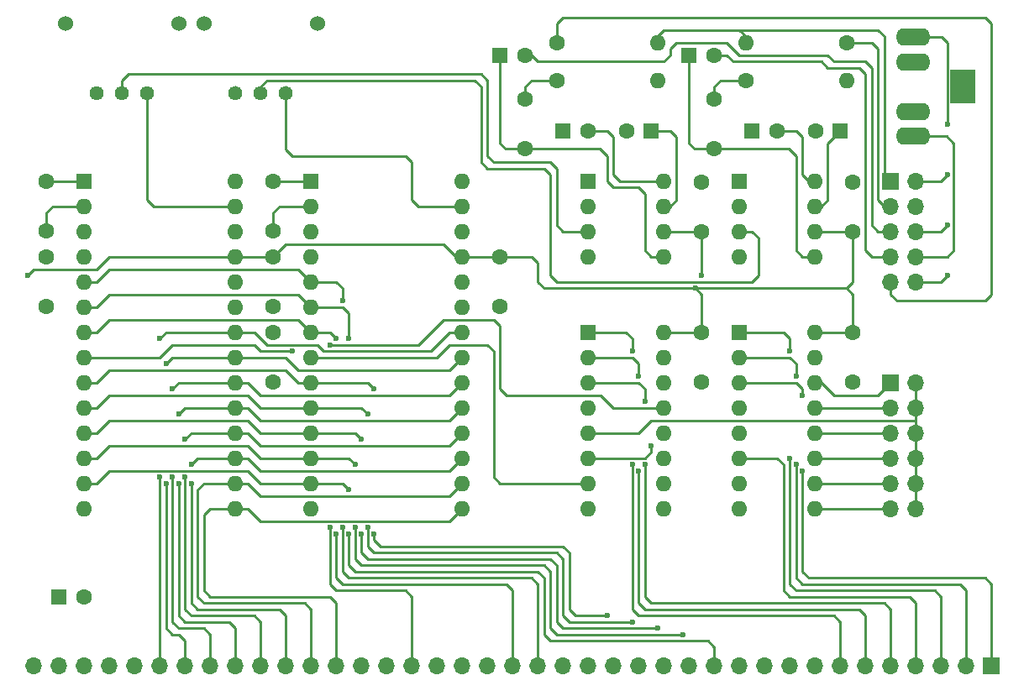
<source format=gtl>
G04 #@! TF.FileFunction,Copper,L1,Top,Signal*
%FSLAX46Y46*%
G04 Gerber Fmt 4.6, Leading zero omitted, Abs format (unit mm)*
G04 Created by KiCad (PCBNEW 4.0.7) date 09/24/19 14:05:09*
%MOMM*%
%LPD*%
G01*
G04 APERTURE LIST*
%ADD10C,0.100000*%
%ADD11R,1.600000X1.600000*%
%ADD12O,1.600000X1.600000*%
%ADD13C,1.600000*%
%ADD14R,1.700000X1.700000*%
%ADD15O,1.700000X1.700000*%
%ADD16R,2.500000X3.500000*%
%ADD17O,3.500000X1.750000*%
%ADD18C,1.440000*%
%ADD19C,1.524000*%
%ADD20C,0.600000*%
%ADD21C,0.250000*%
G04 APERTURE END LIST*
D10*
D11*
X124460000Y-98425000D03*
D12*
X139700000Y-131445000D03*
X124460000Y-100965000D03*
X139700000Y-128905000D03*
X124460000Y-103505000D03*
X139700000Y-126365000D03*
X124460000Y-106045000D03*
X139700000Y-123825000D03*
X124460000Y-108585000D03*
X139700000Y-121285000D03*
X124460000Y-111125000D03*
X139700000Y-118745000D03*
X124460000Y-113665000D03*
X139700000Y-116205000D03*
X124460000Y-116205000D03*
X139700000Y-113665000D03*
X124460000Y-118745000D03*
X139700000Y-111125000D03*
X124460000Y-121285000D03*
X139700000Y-108585000D03*
X124460000Y-123825000D03*
X139700000Y-106045000D03*
X124460000Y-126365000D03*
X139700000Y-103505000D03*
X124460000Y-128905000D03*
X139700000Y-100965000D03*
X124460000Y-131445000D03*
X139700000Y-98425000D03*
D13*
X120650000Y-106045000D03*
X120650000Y-111045000D03*
X163830000Y-103505000D03*
X163830000Y-98505000D03*
X143510000Y-106045000D03*
X143510000Y-111045000D03*
X179070000Y-103505000D03*
X179070000Y-98505000D03*
X179070000Y-113665000D03*
X179070000Y-118665000D03*
X163830000Y-113665000D03*
X163830000Y-118665000D03*
X97790000Y-98425000D03*
X97790000Y-103425000D03*
X120650000Y-98425000D03*
X120650000Y-103425000D03*
D14*
X193040000Y-147320000D03*
D15*
X190500000Y-147320000D03*
X187960000Y-147320000D03*
X185420000Y-147320000D03*
X182880000Y-147320000D03*
X180340000Y-147320000D03*
X177800000Y-147320000D03*
X175260000Y-147320000D03*
X172720000Y-147320000D03*
X170180000Y-147320000D03*
X167640000Y-147320000D03*
X165100000Y-147320000D03*
X162560000Y-147320000D03*
X160020000Y-147320000D03*
X157480000Y-147320000D03*
X154940000Y-147320000D03*
X152400000Y-147320000D03*
X149860000Y-147320000D03*
X147320000Y-147320000D03*
X144780000Y-147320000D03*
X142240000Y-147320000D03*
X139700000Y-147320000D03*
X137160000Y-147320000D03*
X134620000Y-147320000D03*
X132080000Y-147320000D03*
X129540000Y-147320000D03*
X127000000Y-147320000D03*
X124460000Y-147320000D03*
X121920000Y-147320000D03*
X119380000Y-147320000D03*
X116840000Y-147320000D03*
X114300000Y-147320000D03*
X111760000Y-147320000D03*
X109220000Y-147320000D03*
X106680000Y-147320000D03*
X104140000Y-147320000D03*
X101600000Y-147320000D03*
X99060000Y-147320000D03*
X96520000Y-147320000D03*
D13*
X149225000Y-88265000D03*
D12*
X159385000Y-88265000D03*
D13*
X168275000Y-88265000D03*
D12*
X178435000Y-88265000D03*
D13*
X178435000Y-84455000D03*
D12*
X168275000Y-84455000D03*
D13*
X149225000Y-84455000D03*
D12*
X159385000Y-84455000D03*
D13*
X97790000Y-106045000D03*
X97790000Y-111045000D03*
X120650000Y-113665000D03*
X120650000Y-118665000D03*
D11*
X149860000Y-93345000D03*
D13*
X152360000Y-93345000D03*
D11*
X168910000Y-93345000D03*
D13*
X171410000Y-93345000D03*
D11*
X158750000Y-93345000D03*
D13*
X156250000Y-93345000D03*
D11*
X177800000Y-93345000D03*
D13*
X175300000Y-93345000D03*
X146050000Y-90170000D03*
X146050000Y-95170000D03*
X165100000Y-90170000D03*
X165100000Y-95170000D03*
D11*
X143510000Y-85725000D03*
D13*
X146010000Y-85725000D03*
D11*
X162560000Y-85725000D03*
D13*
X165060000Y-85725000D03*
D11*
X99060000Y-140335000D03*
D13*
X101560000Y-140335000D03*
D14*
X182880000Y-98425000D03*
D15*
X185420000Y-98425000D03*
X182880000Y-100965000D03*
X185420000Y-100965000D03*
X182880000Y-103505000D03*
X185420000Y-103505000D03*
X182880000Y-106045000D03*
X185420000Y-106045000D03*
X182880000Y-108585000D03*
X185420000Y-108585000D03*
D16*
X190191000Y-88900000D03*
D17*
X185185000Y-93900000D03*
X185185000Y-83900000D03*
X185185000Y-91400000D03*
X185185000Y-86400000D03*
D11*
X101600000Y-98425000D03*
D12*
X116840000Y-131445000D03*
X101600000Y-100965000D03*
X116840000Y-128905000D03*
X101600000Y-103505000D03*
X116840000Y-126365000D03*
X101600000Y-106045000D03*
X116840000Y-123825000D03*
X101600000Y-108585000D03*
X116840000Y-121285000D03*
X101600000Y-111125000D03*
X116840000Y-118745000D03*
X101600000Y-113665000D03*
X116840000Y-116205000D03*
X101600000Y-116205000D03*
X116840000Y-113665000D03*
X101600000Y-118745000D03*
X116840000Y-111125000D03*
X101600000Y-121285000D03*
X116840000Y-108585000D03*
X101600000Y-123825000D03*
X116840000Y-106045000D03*
X101600000Y-126365000D03*
X116840000Y-103505000D03*
X101600000Y-128905000D03*
X116840000Y-100965000D03*
X101600000Y-131445000D03*
X116840000Y-98425000D03*
D11*
X152400000Y-98425000D03*
D12*
X160020000Y-106045000D03*
X152400000Y-100965000D03*
X160020000Y-103505000D03*
X152400000Y-103505000D03*
X160020000Y-100965000D03*
X152400000Y-106045000D03*
X160020000Y-98425000D03*
D11*
X167640000Y-98425000D03*
D12*
X175260000Y-106045000D03*
X167640000Y-100965000D03*
X175260000Y-103505000D03*
X167640000Y-103505000D03*
X175260000Y-100965000D03*
X167640000Y-106045000D03*
X175260000Y-98425000D03*
D11*
X167640000Y-113665000D03*
D12*
X175260000Y-131445000D03*
X167640000Y-116205000D03*
X175260000Y-128905000D03*
X167640000Y-118745000D03*
X175260000Y-126365000D03*
X167640000Y-121285000D03*
X175260000Y-123825000D03*
X167640000Y-123825000D03*
X175260000Y-121285000D03*
X167640000Y-126365000D03*
X175260000Y-118745000D03*
X167640000Y-128905000D03*
X175260000Y-116205000D03*
X167640000Y-131445000D03*
X175260000Y-113665000D03*
D11*
X152400000Y-113665000D03*
D12*
X160020000Y-131445000D03*
X152400000Y-116205000D03*
X160020000Y-128905000D03*
X152400000Y-118745000D03*
X160020000Y-126365000D03*
X152400000Y-121285000D03*
X160020000Y-123825000D03*
X152400000Y-123825000D03*
X160020000Y-121285000D03*
X152400000Y-126365000D03*
X160020000Y-118745000D03*
X152400000Y-128905000D03*
X160020000Y-116205000D03*
X152400000Y-131445000D03*
X160020000Y-113665000D03*
D14*
X182880000Y-118745000D03*
D15*
X185420000Y-118745000D03*
X182880000Y-121285000D03*
X185420000Y-121285000D03*
X182880000Y-123825000D03*
X185420000Y-123825000D03*
X182880000Y-126365000D03*
X185420000Y-126365000D03*
X182880000Y-128905000D03*
X185420000Y-128905000D03*
X182880000Y-131445000D03*
X185420000Y-131445000D03*
D18*
X107950000Y-89535000D03*
X105410000Y-89535000D03*
X102870000Y-89535000D03*
D19*
X111125000Y-82550000D03*
X99695000Y-82550000D03*
D18*
X121920000Y-89535000D03*
X119380000Y-89535000D03*
X116840000Y-89535000D03*
D19*
X125095000Y-82550000D03*
X113665000Y-82550000D03*
D20*
X158750000Y-125095000D03*
X163195000Y-109220000D03*
X95885000Y-107950000D03*
X163830000Y-107950000D03*
X173990000Y-120015000D03*
X173990000Y-127635000D03*
X173355000Y-118110000D03*
X173355000Y-127000000D03*
X172720000Y-126365000D03*
X172720000Y-115570000D03*
X158115000Y-120650000D03*
X158115000Y-127000000D03*
X157480000Y-118110000D03*
X157480000Y-127635000D03*
X156845000Y-115570000D03*
X156845000Y-127000000D03*
X128270000Y-129540000D03*
X128270000Y-133985000D03*
X161925000Y-144145000D03*
X128905000Y-127000000D03*
X128905000Y-133350000D03*
X159385000Y-143510000D03*
X129540000Y-124460000D03*
X129540000Y-133985000D03*
X156845000Y-142875000D03*
X130175000Y-133350000D03*
X130175000Y-121920000D03*
X154305000Y-142240000D03*
X130810000Y-119380000D03*
X130810000Y-133985000D03*
X128270000Y-114300000D03*
X127635000Y-133350000D03*
X127000000Y-114300000D03*
X126365000Y-133350000D03*
X112395000Y-127000000D03*
X112395000Y-128905000D03*
X111760000Y-124460000D03*
X111760000Y-128270000D03*
X111125000Y-121920000D03*
X111125000Y-128905000D03*
X110490000Y-119380000D03*
X110490000Y-128270000D03*
X109855000Y-116840000D03*
X109855000Y-128905000D03*
X109220000Y-114300000D03*
X109220000Y-128270000D03*
X127635000Y-110490000D03*
X127000000Y-133985000D03*
X188595000Y-92710000D03*
X188595000Y-102870000D03*
X188595000Y-97790000D03*
X188595000Y-107950000D03*
X122555000Y-115570000D03*
X126365000Y-114935000D03*
D21*
X116840000Y-89535000D02*
X116840000Y-88900000D01*
X158115000Y-126365000D02*
X158750000Y-125730000D01*
X158750000Y-125730000D02*
X158750000Y-125095000D01*
X152400000Y-126365000D02*
X158115000Y-126365000D01*
X163195000Y-109220000D02*
X163830000Y-109855000D01*
X178435000Y-109220000D02*
X179070000Y-109855000D01*
X163830000Y-109220000D02*
X178435000Y-109220000D01*
X178435000Y-109220000D02*
X179070000Y-108585000D01*
X143510000Y-106045000D02*
X146685000Y-106045000D01*
X147955000Y-109220000D02*
X163195000Y-109220000D01*
X163195000Y-109220000D02*
X163830000Y-109220000D01*
X147320000Y-108585000D02*
X147955000Y-109220000D01*
X147320000Y-106680000D02*
X147320000Y-108585000D01*
X146685000Y-106045000D02*
X147320000Y-106680000D01*
X139700000Y-106045000D02*
X139065000Y-106045000D01*
X139065000Y-106045000D02*
X137795000Y-104775000D01*
X137795000Y-104775000D02*
X137160000Y-104775000D01*
X120650000Y-106045000D02*
X121920000Y-104775000D01*
X121920000Y-104775000D02*
X137160000Y-104775000D01*
X102870000Y-107315000D02*
X96520000Y-107315000D01*
X96520000Y-107315000D02*
X95885000Y-107950000D01*
X102870000Y-107315000D02*
X104140000Y-106045000D01*
X116840000Y-106045000D02*
X104140000Y-106045000D01*
X163830000Y-113665000D02*
X163830000Y-109855000D01*
X163830000Y-107950000D02*
X163830000Y-103505000D01*
X179070000Y-113665000D02*
X179070000Y-109855000D01*
X179070000Y-108585000D02*
X179070000Y-103505000D01*
X175260000Y-113665000D02*
X179070000Y-113665000D01*
X160020000Y-113665000D02*
X163830000Y-113665000D01*
X139700000Y-106045000D02*
X142875000Y-106045000D01*
X142875000Y-106045000D02*
X143510000Y-106045000D01*
X116840000Y-106045000D02*
X120650000Y-106045000D01*
X175260000Y-103505000D02*
X179070000Y-103505000D01*
X163830000Y-103505000D02*
X160020000Y-103505000D01*
X193040000Y-139700000D02*
X193040000Y-139065000D01*
X174625000Y-138430000D02*
X173990000Y-137795000D01*
X192405000Y-138430000D02*
X174625000Y-138430000D01*
X193040000Y-139065000D02*
X192405000Y-138430000D01*
X173990000Y-127635000D02*
X173990000Y-137795000D01*
X172720000Y-118745000D02*
X173355000Y-118745000D01*
X173990000Y-119380000D02*
X173990000Y-120015000D01*
X173355000Y-118745000D02*
X173990000Y-119380000D01*
X167640000Y-118745000D02*
X172720000Y-118745000D01*
X193040000Y-139700000D02*
X193040000Y-147320000D01*
X173355000Y-138430000D02*
X173990000Y-139065000D01*
X190500000Y-139700000D02*
X190500000Y-140335000D01*
X189865000Y-139065000D02*
X190500000Y-139700000D01*
X173990000Y-139065000D02*
X189865000Y-139065000D01*
X173355000Y-127000000D02*
X173355000Y-138430000D01*
X172720000Y-116205000D02*
X173355000Y-116840000D01*
X173355000Y-116840000D02*
X173355000Y-118110000D01*
X167640000Y-116205000D02*
X172720000Y-116205000D01*
X190500000Y-140335000D02*
X190500000Y-147320000D01*
X187960000Y-140970000D02*
X187960000Y-140335000D01*
X173355000Y-139700000D02*
X172720000Y-139065000D01*
X187325000Y-139700000D02*
X173355000Y-139700000D01*
X187960000Y-140335000D02*
X187325000Y-139700000D01*
X172720000Y-126365000D02*
X172720000Y-139065000D01*
X172085000Y-113665000D02*
X172720000Y-114300000D01*
X172720000Y-114300000D02*
X172720000Y-115570000D01*
X167640000Y-113665000D02*
X172085000Y-113665000D01*
X187960000Y-140970000D02*
X187960000Y-147320000D01*
X172085000Y-139700000D02*
X172720000Y-140335000D01*
X185420000Y-140970000D02*
X185420000Y-141605000D01*
X184785000Y-140335000D02*
X185420000Y-140970000D01*
X172720000Y-140335000D02*
X184785000Y-140335000D01*
X167640000Y-126365000D02*
X171450000Y-126365000D01*
X185420000Y-141605000D02*
X185420000Y-147320000D01*
X172085000Y-127000000D02*
X172085000Y-139700000D01*
X171450000Y-126365000D02*
X172085000Y-127000000D01*
X182880000Y-142240000D02*
X182880000Y-141605000D01*
X158750000Y-140970000D02*
X158115000Y-140335000D01*
X182245000Y-140970000D02*
X158750000Y-140970000D01*
X182880000Y-141605000D02*
X182245000Y-140970000D01*
X182880000Y-147320000D02*
X182880000Y-142240000D01*
X157480000Y-118745000D02*
X152400000Y-118745000D01*
X158115000Y-119380000D02*
X158115000Y-120650000D01*
X157480000Y-118745000D02*
X158115000Y-119380000D01*
X158115000Y-140335000D02*
X158115000Y-127000000D01*
X157480000Y-140970000D02*
X158115000Y-141605000D01*
X180340000Y-142240000D02*
X180340000Y-147320000D01*
X179705000Y-141605000D02*
X180340000Y-142240000D01*
X158115000Y-141605000D02*
X179705000Y-141605000D01*
X157480000Y-127635000D02*
X157480000Y-140970000D01*
X152400000Y-116205000D02*
X156845000Y-116205000D01*
X157480000Y-116840000D02*
X157480000Y-118110000D01*
X156845000Y-116205000D02*
X157480000Y-116840000D01*
X156845000Y-127000000D02*
X156845000Y-141605000D01*
X152400000Y-113665000D02*
X156210000Y-113665000D01*
X156845000Y-114300000D02*
X156845000Y-115570000D01*
X156210000Y-113665000D02*
X156845000Y-114300000D01*
X177800000Y-142875000D02*
X177800000Y-147320000D01*
X177165000Y-142240000D02*
X177800000Y-142875000D01*
X157480000Y-142240000D02*
X177165000Y-142240000D01*
X156845000Y-141605000D02*
X157480000Y-142240000D01*
X152400000Y-144780000D02*
X148590000Y-144780000D01*
X147955000Y-138430000D02*
X147320000Y-137795000D01*
X147955000Y-144145000D02*
X147955000Y-138430000D01*
X148590000Y-144780000D02*
X147955000Y-144145000D01*
X165100000Y-147320000D02*
X165100000Y-145415000D01*
X127635000Y-128905000D02*
X124460000Y-128905000D01*
X128270000Y-129540000D02*
X127635000Y-128905000D01*
X128270000Y-137160000D02*
X128270000Y-133985000D01*
X128905000Y-137795000D02*
X128270000Y-137160000D01*
X147320000Y-137795000D02*
X128905000Y-137795000D01*
X164465000Y-144780000D02*
X152400000Y-144780000D01*
X165100000Y-145415000D02*
X164465000Y-144780000D01*
X118110000Y-127635000D02*
X119380000Y-128905000D01*
X119380000Y-128905000D02*
X124460000Y-128905000D01*
X101600000Y-128905000D02*
X102870000Y-128905000D01*
X104140000Y-127635000D02*
X118110000Y-127635000D01*
X102870000Y-128905000D02*
X104140000Y-127635000D01*
X146050000Y-137160000D02*
X129540000Y-137160000D01*
X161925000Y-144145000D02*
X153670000Y-144145000D01*
X153670000Y-144145000D02*
X153035000Y-144145000D01*
X147955000Y-137160000D02*
X146050000Y-137160000D01*
X149225000Y-144145000D02*
X148590000Y-143510000D01*
X148590000Y-143510000D02*
X148590000Y-137795000D01*
X148590000Y-137795000D02*
X147955000Y-137160000D01*
X153035000Y-144145000D02*
X149225000Y-144145000D01*
X128270000Y-126365000D02*
X124460000Y-126365000D01*
X128905000Y-127000000D02*
X128270000Y-126365000D01*
X128905000Y-136525000D02*
X128905000Y-133350000D01*
X129540000Y-137160000D02*
X128905000Y-136525000D01*
X124460000Y-126365000D02*
X119380000Y-126365000D01*
X119380000Y-126365000D02*
X118110000Y-125095000D01*
X101600000Y-126365000D02*
X102870000Y-126365000D01*
X104140000Y-125095000D02*
X118110000Y-125095000D01*
X102870000Y-126365000D02*
X104140000Y-125095000D01*
X146685000Y-136525000D02*
X130175000Y-136525000D01*
X159385000Y-143510000D02*
X154305000Y-143510000D01*
X154305000Y-143510000D02*
X153670000Y-143510000D01*
X149860000Y-143510000D02*
X149225000Y-142875000D01*
X149225000Y-142875000D02*
X149225000Y-137160000D01*
X149225000Y-137160000D02*
X148590000Y-136525000D01*
X148590000Y-136525000D02*
X146685000Y-136525000D01*
X153670000Y-143510000D02*
X149860000Y-143510000D01*
X128905000Y-123825000D02*
X124460000Y-123825000D01*
X129540000Y-124460000D02*
X128905000Y-123825000D01*
X129540000Y-135890000D02*
X129540000Y-133985000D01*
X130175000Y-136525000D02*
X129540000Y-135890000D01*
X124460000Y-123825000D02*
X119380000Y-123825000D01*
X119380000Y-123825000D02*
X118110000Y-122555000D01*
X101600000Y-123825000D02*
X102870000Y-123825000D01*
X104140000Y-122555000D02*
X118110000Y-122555000D01*
X102870000Y-123825000D02*
X104140000Y-122555000D01*
X124460000Y-121285000D02*
X129540000Y-121285000D01*
X156845000Y-142875000D02*
X150495000Y-142875000D01*
X150495000Y-142875000D02*
X149860000Y-142240000D01*
X149860000Y-142240000D02*
X149860000Y-136525000D01*
X149860000Y-136525000D02*
X149225000Y-135890000D01*
X149225000Y-135890000D02*
X147320000Y-135890000D01*
X130810000Y-135890000D02*
X147320000Y-135890000D01*
X130175000Y-135255000D02*
X130810000Y-135890000D01*
X130175000Y-133350000D02*
X130175000Y-135255000D01*
X129540000Y-121285000D02*
X130175000Y-121920000D01*
X124460000Y-121285000D02*
X119380000Y-121285000D01*
X119380000Y-121285000D02*
X118110000Y-120015000D01*
X101600000Y-121285000D02*
X102870000Y-121285000D01*
X104140000Y-120015000D02*
X118110000Y-120015000D01*
X102870000Y-121285000D02*
X104140000Y-120015000D01*
X124460000Y-118745000D02*
X123190000Y-118745000D01*
X123190000Y-118745000D02*
X121920000Y-117475000D01*
X148590000Y-135255000D02*
X131445000Y-135255000D01*
X154305000Y-142240000D02*
X151130000Y-142240000D01*
X151130000Y-142240000D02*
X150495000Y-141605000D01*
X150495000Y-141605000D02*
X150495000Y-135890000D01*
X150495000Y-135890000D02*
X149860000Y-135255000D01*
X149860000Y-135255000D02*
X148590000Y-135255000D01*
X130175000Y-118745000D02*
X124460000Y-118745000D01*
X130810000Y-119380000D02*
X130175000Y-118745000D01*
X130810000Y-134620000D02*
X130810000Y-133985000D01*
X131445000Y-135255000D02*
X130810000Y-134620000D01*
X101600000Y-118745000D02*
X102870000Y-118745000D01*
X104140000Y-117475000D02*
X121920000Y-117475000D01*
X102870000Y-118745000D02*
X104140000Y-117475000D01*
X127635000Y-111125000D02*
X127000000Y-111125000D01*
X128270000Y-111760000D02*
X127635000Y-111125000D01*
X128270000Y-114300000D02*
X128270000Y-111760000D01*
X128270000Y-138430000D02*
X146685000Y-138430000D01*
X127635000Y-133350000D02*
X127635000Y-137160000D01*
X124460000Y-111125000D02*
X127000000Y-111125000D01*
X127635000Y-137795000D02*
X128270000Y-138430000D01*
X127635000Y-137160000D02*
X127635000Y-137795000D01*
X147320000Y-139065000D02*
X147320000Y-147320000D01*
X146685000Y-138430000D02*
X147320000Y-139065000D01*
X124460000Y-111125000D02*
X123190000Y-109855000D01*
X102870000Y-111125000D02*
X101600000Y-111125000D01*
X104140000Y-109855000D02*
X102870000Y-111125000D01*
X123190000Y-109855000D02*
X104140000Y-109855000D01*
X127000000Y-114300000D02*
X126365000Y-113665000D01*
X134620000Y-140335000D02*
X133985000Y-139700000D01*
X133985000Y-139700000D02*
X127635000Y-139700000D01*
X126365000Y-138430000D02*
X126365000Y-133350000D01*
X124460000Y-113665000D02*
X125730000Y-113665000D01*
X134620000Y-140335000D02*
X134620000Y-147320000D01*
X127000000Y-139700000D02*
X126365000Y-139065000D01*
X126365000Y-139065000D02*
X126365000Y-138430000D01*
X127635000Y-139700000D02*
X127000000Y-139700000D01*
X126365000Y-113665000D02*
X125730000Y-113665000D01*
X101600000Y-113665000D02*
X102870000Y-113665000D01*
X123190000Y-112395000D02*
X124460000Y-113665000D01*
X104140000Y-112395000D02*
X123190000Y-112395000D01*
X102870000Y-113665000D02*
X104140000Y-112395000D01*
X127000000Y-147320000D02*
X127000000Y-140970000D01*
X114300000Y-131445000D02*
X116840000Y-131445000D01*
X113665000Y-132080000D02*
X114300000Y-131445000D01*
X113665000Y-139700000D02*
X113665000Y-132080000D01*
X114300000Y-140335000D02*
X113665000Y-139700000D01*
X126365000Y-140335000D02*
X114300000Y-140335000D01*
X127000000Y-140970000D02*
X126365000Y-140335000D01*
X116840000Y-131445000D02*
X118110000Y-131445000D01*
X138430000Y-132715000D02*
X139700000Y-131445000D01*
X119380000Y-132715000D02*
X138430000Y-132715000D01*
X118110000Y-131445000D02*
X119380000Y-132715000D01*
X124460000Y-147320000D02*
X124460000Y-141605000D01*
X113665000Y-128905000D02*
X116840000Y-128905000D01*
X113030000Y-129540000D02*
X113665000Y-128905000D01*
X113030000Y-140335000D02*
X113030000Y-129540000D01*
X113665000Y-140970000D02*
X113030000Y-140335000D01*
X123825000Y-140970000D02*
X113665000Y-140970000D01*
X124460000Y-141605000D02*
X123825000Y-140970000D01*
X116840000Y-128905000D02*
X118110000Y-128905000D01*
X138430000Y-130175000D02*
X139700000Y-128905000D01*
X119380000Y-130175000D02*
X138430000Y-130175000D01*
X118110000Y-128905000D02*
X119380000Y-130175000D01*
X121920000Y-147320000D02*
X121920000Y-142240000D01*
X113030000Y-126365000D02*
X116840000Y-126365000D01*
X112395000Y-127000000D02*
X113030000Y-126365000D01*
X112395000Y-140970000D02*
X112395000Y-128905000D01*
X113030000Y-141605000D02*
X112395000Y-140970000D01*
X121285000Y-141605000D02*
X113030000Y-141605000D01*
X121920000Y-142240000D02*
X121285000Y-141605000D01*
X116840000Y-126365000D02*
X118110000Y-126365000D01*
X138430000Y-127635000D02*
X139700000Y-126365000D01*
X119380000Y-127635000D02*
X138430000Y-127635000D01*
X118110000Y-126365000D02*
X119380000Y-127635000D01*
X119380000Y-147320000D02*
X119380000Y-142875000D01*
X112395000Y-123825000D02*
X116840000Y-123825000D01*
X111760000Y-124460000D02*
X112395000Y-123825000D01*
X111760000Y-141605000D02*
X111760000Y-128270000D01*
X112395000Y-142240000D02*
X111760000Y-141605000D01*
X118745000Y-142240000D02*
X112395000Y-142240000D01*
X119380000Y-142875000D02*
X118745000Y-142240000D01*
X116840000Y-123825000D02*
X118110000Y-123825000D01*
X138430000Y-125095000D02*
X139700000Y-123825000D01*
X119380000Y-125095000D02*
X138430000Y-125095000D01*
X118110000Y-123825000D02*
X119380000Y-125095000D01*
X116840000Y-147320000D02*
X116840000Y-143510000D01*
X111760000Y-121285000D02*
X116840000Y-121285000D01*
X111125000Y-121920000D02*
X111760000Y-121285000D01*
X111125000Y-142240000D02*
X111125000Y-128905000D01*
X111760000Y-142875000D02*
X111125000Y-142240000D01*
X116205000Y-142875000D02*
X111760000Y-142875000D01*
X116840000Y-143510000D02*
X116205000Y-142875000D01*
X116840000Y-121285000D02*
X118110000Y-121285000D01*
X138430000Y-122555000D02*
X139700000Y-121285000D01*
X119380000Y-122555000D02*
X138430000Y-122555000D01*
X118110000Y-121285000D02*
X119380000Y-122555000D01*
X114300000Y-147320000D02*
X114300000Y-144145000D01*
X111125000Y-118745000D02*
X116840000Y-118745000D01*
X110490000Y-119380000D02*
X111125000Y-118745000D01*
X110490000Y-142875000D02*
X110490000Y-128270000D01*
X111125000Y-143510000D02*
X110490000Y-142875000D01*
X113665000Y-143510000D02*
X111125000Y-143510000D01*
X114300000Y-144145000D02*
X113665000Y-143510000D01*
X116840000Y-118745000D02*
X118110000Y-118745000D01*
X138430000Y-120015000D02*
X139700000Y-118745000D01*
X119380000Y-120015000D02*
X138430000Y-120015000D01*
X118110000Y-118745000D02*
X119380000Y-120015000D01*
X116840000Y-116205000D02*
X121920000Y-116205000D01*
X138430000Y-117475000D02*
X139700000Y-116205000D01*
X123190000Y-117475000D02*
X138430000Y-117475000D01*
X121920000Y-116205000D02*
X123190000Y-117475000D01*
X111760000Y-147320000D02*
X111760000Y-144780000D01*
X110490000Y-116205000D02*
X116840000Y-116205000D01*
X109855000Y-116840000D02*
X110490000Y-116205000D01*
X109855000Y-143510000D02*
X109855000Y-128905000D01*
X110490000Y-144145000D02*
X109855000Y-143510000D01*
X111125000Y-144145000D02*
X110490000Y-144145000D01*
X111760000Y-144780000D02*
X111125000Y-144145000D01*
X139700000Y-113665000D02*
X138430000Y-113665000D01*
X138430000Y-113665000D02*
X136525000Y-115570000D01*
X125095000Y-114935000D02*
X125730000Y-115570000D01*
X120015000Y-114935000D02*
X125095000Y-114935000D01*
X118745000Y-113665000D02*
X120015000Y-114935000D01*
X116840000Y-113665000D02*
X118745000Y-113665000D01*
X125730000Y-115570000D02*
X136525000Y-115570000D01*
X109220000Y-147320000D02*
X109220000Y-128270000D01*
X109855000Y-113665000D02*
X116840000Y-113665000D01*
X109220000Y-114300000D02*
X109855000Y-113665000D01*
X116840000Y-113665000D02*
X117475000Y-113665000D01*
X175260000Y-131445000D02*
X182880000Y-131445000D01*
X175260000Y-128905000D02*
X182880000Y-128905000D01*
X175260000Y-126365000D02*
X182880000Y-126365000D01*
X175260000Y-123825000D02*
X182880000Y-123825000D01*
X175260000Y-121285000D02*
X182880000Y-121285000D01*
X175260000Y-118745000D02*
X175895000Y-118745000D01*
X175895000Y-118745000D02*
X177165000Y-120015000D01*
X177165000Y-120015000D02*
X181610000Y-120015000D01*
X181610000Y-120015000D02*
X182880000Y-118745000D01*
X157480000Y-123825000D02*
X158750000Y-122555000D01*
X158750000Y-122555000D02*
X185420000Y-122555000D01*
X152400000Y-123825000D02*
X157480000Y-123825000D01*
X185420000Y-128905000D02*
X185420000Y-131445000D01*
X185420000Y-126365000D02*
X185420000Y-128905000D01*
X185420000Y-123825000D02*
X185420000Y-125095000D01*
X185420000Y-125095000D02*
X185420000Y-126365000D01*
X185420000Y-121285000D02*
X185420000Y-122555000D01*
X185420000Y-122555000D02*
X185420000Y-123825000D01*
X185420000Y-118745000D02*
X185420000Y-121285000D01*
X127000000Y-108585000D02*
X126365000Y-108585000D01*
X127635000Y-109220000D02*
X127000000Y-108585000D01*
X127635000Y-110490000D02*
X127635000Y-109220000D01*
X127000000Y-137795000D02*
X127000000Y-138430000D01*
X127635000Y-139065000D02*
X128270000Y-139065000D01*
X127000000Y-138430000D02*
X127635000Y-139065000D01*
X144780000Y-147320000D02*
X144780000Y-139700000D01*
X126365000Y-108585000D02*
X124460000Y-108585000D01*
X127000000Y-137795000D02*
X127000000Y-133985000D01*
X144145000Y-139065000D02*
X128270000Y-139065000D01*
X144780000Y-139700000D02*
X144145000Y-139065000D01*
X101600000Y-108585000D02*
X102870000Y-108585000D01*
X123190000Y-107315000D02*
X124460000Y-108585000D01*
X104140000Y-107315000D02*
X123190000Y-107315000D01*
X102870000Y-108585000D02*
X104140000Y-107315000D01*
X97790000Y-98425000D02*
X101600000Y-98425000D01*
X97790000Y-103425000D02*
X97790000Y-101600000D01*
X98425000Y-100965000D02*
X101600000Y-100965000D01*
X97790000Y-101600000D02*
X98425000Y-100965000D01*
X120650000Y-98425000D02*
X124460000Y-98425000D01*
X120650000Y-103425000D02*
X120650000Y-101600000D01*
X121285000Y-100965000D02*
X124460000Y-100965000D01*
X120650000Y-101600000D02*
X121285000Y-100965000D01*
X152360000Y-93345000D02*
X154305000Y-93345000D01*
X155575000Y-98425000D02*
X160020000Y-98425000D01*
X154940000Y-97790000D02*
X155575000Y-98425000D01*
X154940000Y-93980000D02*
X154940000Y-97790000D01*
X154305000Y-93345000D02*
X154940000Y-93980000D01*
X173990000Y-95885000D02*
X173990000Y-97790000D01*
X173990000Y-97790000D02*
X174625000Y-98425000D01*
X174625000Y-98425000D02*
X175260000Y-98425000D01*
X171410000Y-93345000D02*
X173355000Y-93345000D01*
X173990000Y-93980000D02*
X173990000Y-95885000D01*
X173355000Y-93345000D02*
X173990000Y-93980000D01*
X158750000Y-93345000D02*
X160020000Y-93345000D01*
X160655000Y-93345000D02*
X160020000Y-93345000D01*
X161290000Y-93980000D02*
X160655000Y-93345000D01*
X161290000Y-100330000D02*
X161290000Y-93980000D01*
X161290000Y-100330000D02*
X160655000Y-100965000D01*
X160020000Y-100965000D02*
X160655000Y-100965000D01*
X175260000Y-100965000D02*
X175895000Y-100965000D01*
X175895000Y-100965000D02*
X176530000Y-100330000D01*
X176530000Y-100330000D02*
X176530000Y-94615000D01*
X176530000Y-94615000D02*
X177800000Y-93345000D01*
X146050000Y-90170000D02*
X146050000Y-88900000D01*
X146685000Y-88265000D02*
X149225000Y-88265000D01*
X146050000Y-88900000D02*
X146685000Y-88265000D01*
X146050000Y-95170000D02*
X153590000Y-95170000D01*
X158750000Y-106045000D02*
X160020000Y-106045000D01*
X158115000Y-105410000D02*
X158750000Y-106045000D01*
X158115000Y-99695000D02*
X158115000Y-105410000D01*
X157480000Y-99060000D02*
X158115000Y-99695000D01*
X154940000Y-99060000D02*
X157480000Y-99060000D01*
X154305000Y-98425000D02*
X154940000Y-99060000D01*
X154305000Y-95885000D02*
X154305000Y-98425000D01*
X153590000Y-95170000D02*
X154305000Y-95885000D01*
X146050000Y-95170000D02*
X144065000Y-95170000D01*
X143510000Y-94615000D02*
X143510000Y-85725000D01*
X144065000Y-95170000D02*
X143510000Y-94615000D01*
X165100000Y-90170000D02*
X165100000Y-88900000D01*
X165735000Y-88265000D02*
X168275000Y-88265000D01*
X165100000Y-88900000D02*
X165735000Y-88265000D01*
X165100000Y-95170000D02*
X172640000Y-95170000D01*
X173990000Y-106045000D02*
X175260000Y-106045000D01*
X173355000Y-105410000D02*
X173990000Y-106045000D01*
X173355000Y-95885000D02*
X173355000Y-105410000D01*
X172640000Y-95170000D02*
X173355000Y-95885000D01*
X162560000Y-85725000D02*
X162560000Y-94615000D01*
X163115000Y-95170000D02*
X165100000Y-95170000D01*
X162560000Y-94615000D02*
X163115000Y-95170000D01*
X176530000Y-85725000D02*
X177165000Y-86360000D01*
X180340000Y-86360000D02*
X180975000Y-86995000D01*
X177165000Y-86360000D02*
X180340000Y-86360000D01*
X166370000Y-84455000D02*
X161290000Y-84455000D01*
X181610000Y-103505000D02*
X180975000Y-102870000D01*
X182880000Y-103505000D02*
X181610000Y-103505000D01*
X180975000Y-102870000D02*
X180975000Y-86995000D01*
X176530000Y-85725000D02*
X167640000Y-85725000D01*
X167640000Y-85725000D02*
X166370000Y-84455000D01*
X147320000Y-86360000D02*
X146685000Y-85725000D01*
X160020000Y-86360000D02*
X147320000Y-86360000D01*
X160655000Y-85725000D02*
X160020000Y-86360000D01*
X160655000Y-85090000D02*
X160655000Y-85725000D01*
X161290000Y-84455000D02*
X160655000Y-85090000D01*
X146685000Y-85725000D02*
X146010000Y-85725000D01*
X175895000Y-86360000D02*
X176530000Y-86995000D01*
X179705000Y-86995000D02*
X180340000Y-87630000D01*
X176530000Y-86995000D02*
X179705000Y-86995000D01*
X181610000Y-106045000D02*
X180975000Y-106045000D01*
X180340000Y-105410000D02*
X180340000Y-87630000D01*
X180975000Y-106045000D02*
X180340000Y-105410000D01*
X181610000Y-106045000D02*
X182880000Y-106045000D01*
X165060000Y-85725000D02*
X166370000Y-85725000D01*
X167005000Y-86360000D02*
X175895000Y-86360000D01*
X166370000Y-85725000D02*
X167005000Y-86360000D01*
X179705000Y-83185000D02*
X181610000Y-83185000D01*
X182245000Y-83820000D02*
X182245000Y-84455000D01*
X181610000Y-83185000D02*
X182245000Y-83820000D01*
X167640000Y-83185000D02*
X177165000Y-83185000D01*
X159385000Y-84455000D02*
X159385000Y-83820000D01*
X159385000Y-83820000D02*
X160020000Y-83185000D01*
X167640000Y-83185000D02*
X168275000Y-83820000D01*
X160020000Y-83185000D02*
X167640000Y-83185000D01*
X168275000Y-83820000D02*
X168275000Y-84455000D01*
X177165000Y-83185000D02*
X179705000Y-83185000D01*
X182245000Y-84455000D02*
X182245000Y-97790000D01*
X182245000Y-97790000D02*
X182880000Y-98425000D01*
X159385000Y-84455000D02*
X160020000Y-84455000D01*
X188595000Y-92710000D02*
X188595000Y-84455000D01*
X185420000Y-103505000D02*
X187960000Y-103505000D01*
X187960000Y-103505000D02*
X188595000Y-102870000D01*
X185420000Y-108585000D02*
X187960000Y-108585000D01*
X187960000Y-108585000D02*
X188595000Y-107950000D01*
X185185000Y-83900000D02*
X188040000Y-83900000D01*
X187960000Y-98425000D02*
X185420000Y-98425000D01*
X188595000Y-97790000D02*
X187960000Y-98425000D01*
X188040000Y-83900000D02*
X188595000Y-84455000D01*
X181610000Y-95885000D02*
X181610000Y-85090000D01*
X181610000Y-100330000D02*
X181610000Y-95885000D01*
X182245000Y-100965000D02*
X181610000Y-100330000D01*
X180975000Y-84455000D02*
X178435000Y-84455000D01*
X181610000Y-85090000D02*
X180975000Y-84455000D01*
X182880000Y-100965000D02*
X182245000Y-100965000D01*
X185420000Y-106045000D02*
X188595000Y-106045000D01*
X188515000Y-93900000D02*
X185185000Y-93900000D01*
X189230000Y-94615000D02*
X188515000Y-93900000D01*
X189230000Y-105410000D02*
X189230000Y-94615000D01*
X188595000Y-106045000D02*
X189230000Y-105410000D01*
X149225000Y-84455000D02*
X149225000Y-82550000D01*
X193040000Y-82550000D02*
X193040000Y-93980000D01*
X192405000Y-81915000D02*
X193040000Y-82550000D01*
X149860000Y-81915000D02*
X192405000Y-81915000D01*
X149225000Y-82550000D02*
X149860000Y-81915000D01*
X149225000Y-84455000D02*
X149225000Y-83820000D01*
X191770000Y-110490000D02*
X192405000Y-110490000D01*
X193040000Y-93980000D02*
X193040000Y-109220000D01*
X191770000Y-110490000D02*
X183515000Y-110490000D01*
X183515000Y-110490000D02*
X182880000Y-109855000D01*
X182880000Y-109855000D02*
X182880000Y-108585000D01*
X192405000Y-110490000D02*
X193040000Y-109855000D01*
X193040000Y-109855000D02*
X193040000Y-109220000D01*
X109220000Y-100965000D02*
X108585000Y-100965000D01*
X107950000Y-100330000D02*
X107950000Y-89535000D01*
X108585000Y-100965000D02*
X107950000Y-100330000D01*
X112395000Y-100965000D02*
X109220000Y-100965000D01*
X116840000Y-100965000D02*
X112395000Y-100965000D01*
X106680000Y-87630000D02*
X106045000Y-87630000D01*
X106680000Y-87630000D02*
X141605000Y-87630000D01*
X141605000Y-87630000D02*
X142240000Y-88265000D01*
X142240000Y-88265000D02*
X142240000Y-91440000D01*
X152400000Y-103505000D02*
X149860000Y-103505000D01*
X142240000Y-91440000D02*
X142240000Y-95885000D01*
X142240000Y-95885000D02*
X142875000Y-96520000D01*
X142875000Y-96520000D02*
X148590000Y-96520000D01*
X148590000Y-96520000D02*
X149225000Y-97155000D01*
X149225000Y-97155000D02*
X149225000Y-102870000D01*
X149225000Y-102870000D02*
X149860000Y-103505000D01*
X105410000Y-88265000D02*
X105410000Y-89535000D01*
X106045000Y-87630000D02*
X105410000Y-88265000D01*
X124460000Y-95885000D02*
X122555000Y-95885000D01*
X121920000Y-95250000D02*
X121920000Y-89535000D01*
X122555000Y-95885000D02*
X121920000Y-95250000D01*
X121920000Y-89535000D02*
X121920000Y-88900000D01*
X133985000Y-95885000D02*
X134620000Y-96520000D01*
X124460000Y-95885000D02*
X133985000Y-95885000D01*
X139700000Y-100965000D02*
X135255000Y-100965000D01*
X134620000Y-100330000D02*
X134620000Y-96520000D01*
X135255000Y-100965000D02*
X134620000Y-100330000D01*
X119380000Y-89535000D02*
X119380000Y-88900000D01*
X119380000Y-88900000D02*
X120015000Y-88265000D01*
X120015000Y-88265000D02*
X140970000Y-88265000D01*
X140970000Y-88265000D02*
X141605000Y-88900000D01*
X141605000Y-88900000D02*
X141605000Y-96520000D01*
X141605000Y-96520000D02*
X142240000Y-97155000D01*
X142240000Y-97155000D02*
X147955000Y-97155000D01*
X147955000Y-97155000D02*
X148590000Y-97790000D01*
X148590000Y-97790000D02*
X148590000Y-107950000D01*
X148590000Y-107950000D02*
X149225000Y-108585000D01*
X149225000Y-108585000D02*
X168910000Y-108585000D01*
X168910000Y-108585000D02*
X169545000Y-107950000D01*
X169545000Y-107950000D02*
X169545000Y-104140000D01*
X169545000Y-104140000D02*
X168910000Y-103505000D01*
X168910000Y-103505000D02*
X167640000Y-103505000D01*
X160020000Y-121285000D02*
X154940000Y-121285000D01*
X144145000Y-120015000D02*
X143510000Y-119380000D01*
X153670000Y-120015000D02*
X144145000Y-120015000D01*
X154940000Y-121285000D02*
X153670000Y-120015000D01*
X142240000Y-112395000D02*
X142875000Y-112395000D01*
X135255000Y-114935000D02*
X137795000Y-112395000D01*
X137795000Y-112395000D02*
X142240000Y-112395000D01*
X118745000Y-114935000D02*
X119380000Y-115570000D01*
X119380000Y-115570000D02*
X122555000Y-115570000D01*
X101600000Y-116205000D02*
X109220000Y-116205000D01*
X110490000Y-114935000D02*
X117475000Y-114935000D01*
X109220000Y-116205000D02*
X110490000Y-114935000D01*
X117475000Y-114935000D02*
X118745000Y-114935000D01*
X126365000Y-114935000D02*
X130175000Y-114935000D01*
X130175000Y-114935000D02*
X135255000Y-114935000D01*
X143510000Y-113030000D02*
X143510000Y-119380000D01*
X142875000Y-112395000D02*
X143510000Y-113030000D01*
X143510000Y-128905000D02*
X142875000Y-128270000D01*
X152400000Y-128905000D02*
X143510000Y-128905000D01*
X137160000Y-116205000D02*
X124460000Y-116205000D01*
X138430000Y-114935000D02*
X137160000Y-116205000D01*
X138430000Y-114935000D02*
X140970000Y-114935000D01*
X142240000Y-114935000D02*
X140970000Y-114935000D01*
X142875000Y-115570000D02*
X142240000Y-114935000D01*
X142875000Y-128270000D02*
X142875000Y-115570000D01*
X120650000Y-113665000D02*
X120650000Y-113030000D01*
M02*

</source>
